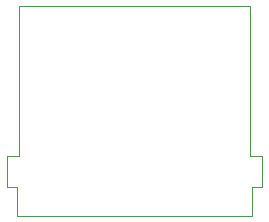
<source format=gbr>
%TF.GenerationSoftware,KiCad,Pcbnew,(6.0.2-0)*%
%TF.CreationDate,2022-06-01T12:35:39-04:00*%
%TF.ProjectId,hitclips_2040,68697463-6c69-4707-935f-323034302e6b,rev?*%
%TF.SameCoordinates,Original*%
%TF.FileFunction,Profile,NP*%
%FSLAX46Y46*%
G04 Gerber Fmt 4.6, Leading zero omitted, Abs format (unit mm)*
G04 Created by KiCad (PCBNEW (6.0.2-0)) date 2022-06-01 12:35:39*
%MOMM*%
%LPD*%
G01*
G04 APERTURE LIST*
%TA.AperFunction,Profile*%
%ADD10C,0.100000*%
%TD*%
G04 APERTURE END LIST*
D10*
X135128000Y-82558800D02*
X136144000Y-82558800D01*
X115570000Y-82558800D02*
X115570000Y-69850000D01*
X135328000Y-85140800D02*
X135328000Y-87630000D01*
X115370000Y-87630000D02*
X115370000Y-85140800D01*
X135128000Y-69850000D02*
X135128000Y-82558800D01*
X136144000Y-85140800D02*
X135328000Y-85140800D01*
X136144000Y-82558800D02*
X136144000Y-85140800D01*
X114554000Y-82558800D02*
X115570000Y-82558800D01*
X114554000Y-85140800D02*
X114554000Y-82558800D01*
X135328000Y-87630000D02*
X115370000Y-87630000D01*
X115370000Y-85140800D02*
X114554000Y-85140800D01*
X115570000Y-69850000D02*
X135128000Y-69850000D01*
M02*

</source>
